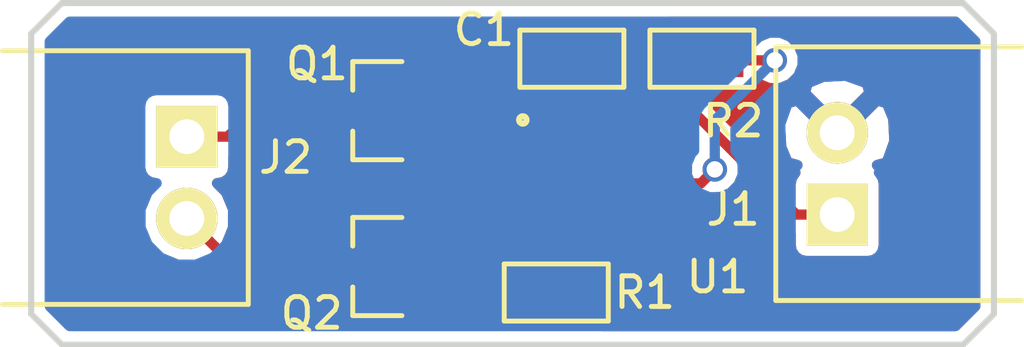
<source format=kicad_pcb>
(kicad_pcb (version 4) (host pcbnew 4.0.0-rc1-stable)

  (general
    (links 13)
    (no_connects 0)
    (area 116.774999 65.874999 140.425001 74.375001)
    (thickness 1.6)
    (drawings 9)
    (tracks 47)
    (zones 0)
    (modules 8)
    (nets 10)
  )

  (page A4)
  (layers
    (0 F.Cu signal)
    (31 B.Cu signal)
    (32 B.Adhes user)
    (33 F.Adhes user)
    (34 B.Paste user)
    (35 F.Paste user)
    (36 B.SilkS user)
    (37 F.SilkS user)
    (38 B.Mask user)
    (39 F.Mask user)
    (40 Dwgs.User user)
    (41 Cmts.User user)
    (42 Eco1.User user)
    (43 Eco2.User user)
    (44 Edge.Cuts user)
    (45 Margin user)
    (46 B.CrtYd user)
    (47 F.CrtYd user)
    (48 B.Fab user)
    (49 F.Fab user)
  )

  (setup
    (last_trace_width 0.25)
    (trace_clearance 0.2)
    (zone_clearance 0.254)
    (zone_45_only no)
    (trace_min 0.2)
    (segment_width 0.2)
    (edge_width 0.15)
    (via_size 0.6)
    (via_drill 0.4)
    (via_min_size 0.4)
    (via_min_drill 0.3)
    (uvia_size 0.3)
    (uvia_drill 0.1)
    (uvias_allowed no)
    (uvia_min_size 0.2)
    (uvia_min_drill 0.1)
    (pcb_text_width 0.3)
    (pcb_text_size 1.5 1.5)
    (mod_edge_width 0.15)
    (mod_text_size 1 1)
    (mod_text_width 0.15)
    (pad_size 1.524 1.524)
    (pad_drill 0.762)
    (pad_to_mask_clearance 0.2)
    (aux_axis_origin 0 0)
    (visible_elements 7FFFFF7F)
    (pcbplotparams
      (layerselection 0x00030_80000001)
      (usegerberextensions false)
      (excludeedgelayer true)
      (linewidth 0.100000)
      (plotframeref false)
      (viasonmask false)
      (mode 1)
      (useauxorigin false)
      (hpglpennumber 1)
      (hpglpenspeed 20)
      (hpglpendiameter 15)
      (hpglpenoverlay 2)
      (psnegative false)
      (psa4output false)
      (plotreference true)
      (plotvalue true)
      (plotinvisibletext false)
      (padsonsilk false)
      (subtractmaskfromsilk false)
      (outputformat 1)
      (mirror false)
      (drillshape 1)
      (scaleselection 1)
      (outputdirectory ""))
  )

  (net 0 "")
  (net 1 /batt+)
  (net 2 GND)
  (net 3 "Net-(R1-Pad1)")
  (net 4 "Net-(R2-Pad2)")
  (net 5 "Net-(Q1-Pad1)")
  (net 6 "Net-(Q2-Pad1)")
  (net 7 "Net-(U1-Pad4)")
  (net 8 "Net-(Q1-Pad3)")
  (net 9 /power-)

  (net_class Default "This is the default net class."
    (clearance 0.2)
    (trace_width 0.25)
    (via_dia 0.6)
    (via_drill 0.4)
    (uvia_dia 0.3)
    (uvia_drill 0.1)
    (add_net /batt+)
    (add_net /power-)
    (add_net GND)
    (add_net "Net-(Q1-Pad1)")
    (add_net "Net-(Q1-Pad3)")
    (add_net "Net-(Q2-Pad1)")
    (add_net "Net-(R1-Pad1)")
    (add_net "Net-(R2-Pad2)")
    (add_net "Net-(U1-Pad4)")
  )

  (module kicadlib:SMD_0603_C (layer F.Cu) (tedit 57374420) (tstamp 57375128)
    (at 130.81 67.31)
    (path /57373A37)
    (fp_text reference C1 (at -2.91 -0.71) (layer F.SilkS)
      (effects (font (size 0.75 0.75) (thickness 0.12)))
    )
    (fp_text value 0.1µF (at -0.508 1.27) (layer F.Fab) hide
      (effects (font (size 0.75 0.75) (thickness 0.12)))
    )
    (fp_line (start 0.508 -0.6985) (end 0.508 0.6985) (layer F.SilkS) (width 0.12))
    (fp_line (start -2.032 -0.6985) (end -2.032 0.6985) (layer F.SilkS) (width 0.12))
    (fp_line (start -2.032 -0.6985) (end 0.508 -0.6985) (layer F.SilkS) (width 0.12))
    (fp_line (start 0.508 0.6985) (end -2.032 0.6985) (layer F.SilkS) (width 0.12))
    (pad 1 smd rect (at -1.524 0) (size 0.5 0.9) (layers F.Cu F.Paste F.Mask)
      (net 1 /batt+))
    (pad 2 smd rect (at 0 0) (size 0.5 0.9) (layers F.Cu F.Paste F.Mask)
      (net 2 GND))
    (model Capacitors_SMD.3dshapes/C_0603.wrl
      (at (xyz -0.029528 0 0))
      (scale (xyz 1 1 1))
      (rotate (xyz 0 0 0))
    )
  )

  (module kicadlib:SMD_0603_R (layer F.Cu) (tedit 5737436F) (tstamp 57375146)
    (at 128.905 73.025 180)
    (path /57373D5C)
    (fp_text reference R1 (at -2.921 0 180) (layer F.SilkS)
      (effects (font (size 0.75 0.75) (thickness 0.12)))
    )
    (fp_text value 2K (at -0.508 1.27 180) (layer F.Fab) hide
      (effects (font (size 0.75 0.75) (thickness 0.12)))
    )
    (fp_line (start 0.508 -0.6985) (end 0.508 0.6985) (layer F.SilkS) (width 0.12))
    (fp_line (start -2.032 -0.6985) (end -2.032 0.6985) (layer F.SilkS) (width 0.12))
    (fp_line (start -2.032 -0.6985) (end 0.508 -0.6985) (layer F.SilkS) (width 0.12))
    (fp_line (start 0.508 0.6985) (end -2.032 0.6985) (layer F.SilkS) (width 0.12))
    (pad 1 smd rect (at -1.524 0 180) (size 0.5 0.9) (layers F.Cu F.Paste F.Mask)
      (net 3 "Net-(R1-Pad1)"))
    (pad 2 smd rect (at 0 0 180) (size 0.5 0.9) (layers F.Cu F.Paste F.Mask)
      (net 9 /power-))
    (model Resistors_SMD.3dshapes/R_0603.wrl
      (at (xyz -0.029528 0 0))
      (scale (xyz 1 1 1))
      (rotate (xyz 0 0 0))
    )
  )

  (module kicadlib:SMD_0603_R (layer F.Cu) (tedit 5737437F) (tstamp 57375150)
    (at 133.985 67.31)
    (path /57373A54)
    (fp_text reference R2 (at 0 1.524) (layer F.SilkS)
      (effects (font (size 0.75 0.75) (thickness 0.12)))
    )
    (fp_text value 330 (at -0.508 1.27) (layer F.Fab) hide
      (effects (font (size 0.75 0.75) (thickness 0.12)))
    )
    (fp_line (start 0.508 -0.6985) (end 0.508 0.6985) (layer F.SilkS) (width 0.12))
    (fp_line (start -2.032 -0.6985) (end -2.032 0.6985) (layer F.SilkS) (width 0.12))
    (fp_line (start -2.032 -0.6985) (end 0.508 -0.6985) (layer F.SilkS) (width 0.12))
    (fp_line (start 0.508 0.6985) (end -2.032 0.6985) (layer F.SilkS) (width 0.12))
    (pad 1 smd rect (at -1.524 0) (size 0.5 0.9) (layers F.Cu F.Paste F.Mask)
      (net 1 /batt+))
    (pad 2 smd rect (at 0 0) (size 0.5 0.9) (layers F.Cu F.Paste F.Mask)
      (net 4 "Net-(R2-Pad2)"))
    (model Resistors_SMD.3dshapes/R_0603.wrl
      (at (xyz -0.029528 0 0))
      (scale (xyz 1 1 1))
      (rotate (xyz 0 0 0))
    )
  )

  (module kicadlib:SMD_SOT23-6 (layer F.Cu) (tedit 57374381) (tstamp 5737515B)
    (at 129.794 70.358)
    (path /573737B7)
    (fp_text reference U1 (at 3.81 2.286) (layer F.SilkS)
      (effects (font (size 0.75 0.75) (thickness 0.12)))
    )
    (fp_text value S-8200A (at 1.397 -2.286) (layer F.Fab) hide
      (effects (font (size 0.75 0.75) (thickness 0.12)))
    )
    (fp_circle (center -0.943 -1.551) (end -0.8795 -1.4875) (layer F.SilkS) (width 0.15))
    (pad 1 smd rect (at 0 -0.95) (size 1.3 0.55) (layers F.Cu F.Paste F.Mask)
      (net 5 "Net-(Q1-Pad1)"))
    (pad 2 smd rect (at 0 0) (size 1.3 0.55) (layers F.Cu F.Paste F.Mask)
      (net 3 "Net-(R1-Pad1)"))
    (pad 3 smd rect (at 0 0.95) (size 1.3 0.55) (layers F.Cu F.Paste F.Mask)
      (net 6 "Net-(Q2-Pad1)"))
    (pad 4 smd rect (at 2.5 0.95) (size 1.3 0.55) (layers F.Cu F.Paste F.Mask)
      (net 7 "Net-(U1-Pad4)"))
    (pad 6 smd rect (at 2.5 -0.95) (size 1.3 0.55) (layers F.Cu F.Paste F.Mask)
      (net 2 GND))
    (pad 5 smd rect (at 2.5 0) (size 1.3 0.55) (layers F.Cu F.Paste F.Mask)
      (net 4 "Net-(R2-Pad2)"))
    (model ${KIPRJMOD}/kicadlib/kicadlib.pretty/models/SMD_SOT23_6.wrl
      (at (xyz 0.049 0 0))
      (scale (xyz 0.4 0.4 0.4))
      (rotate (xyz -90 0 -90))
    )
  )

  (module kicadlib:SMD_SOT23-3 (layer F.Cu) (tedit 5737437B) (tstamp 57375641)
    (at 127 68.58 180)
    (path /57374924)
    (fp_text reference Q1 (at 3.175 1.143 180) (layer F.SilkS)
      (effects (font (size 0.75 0.75) (thickness 0.12)))
    )
    (fp_text value Q_NMOS_GSD (at 1.6 -2.2 180) (layer F.Fab) hide
      (effects (font (size 0.75 0.75) (thickness 0.12)))
    )
    (fp_line (start 2.3 1.2) (end 2.3 0.5) (layer F.SilkS) (width 0.12))
    (fp_line (start 1.1 1.2) (end 2.3 1.2) (layer F.SilkS) (width 0.12))
    (fp_line (start 1.1 -1.2) (end 2.3 -1.2) (layer F.SilkS) (width 0.12))
    (fp_line (start 2.3 -1.2) (end 2.3 -0.5) (layer F.SilkS) (width 0.12))
    (pad 1 smd rect (at 0 -0.95 180) (size 1.3 0.55) (layers F.Cu F.Paste F.Mask)
      (net 5 "Net-(Q1-Pad1)"))
    (pad 2 smd rect (at 0 0.95 180) (size 1.3 0.55) (layers F.Cu F.Paste F.Mask)
      (net 2 GND))
    (pad 3 smd rect (at 2.5 0 180) (size 1.3 0.55) (layers F.Cu F.Paste F.Mask)
      (net 8 "Net-(Q1-Pad3)"))
  )

  (module kicadlib:SMD_SOT23-3 (layer F.Cu) (tedit 57374378) (tstamp 5737564C)
    (at 127 72.39 180)
    (path /573748C5)
    (fp_text reference Q2 (at 3.302 -1.143 180) (layer F.SilkS)
      (effects (font (size 0.75 0.75) (thickness 0.12)))
    )
    (fp_text value Q_NMOS_GSD (at 1.6 -2.2 180) (layer F.Fab) hide
      (effects (font (size 0.75 0.75) (thickness 0.12)))
    )
    (fp_line (start 2.3 1.2) (end 2.3 0.5) (layer F.SilkS) (width 0.12))
    (fp_line (start 1.1 1.2) (end 2.3 1.2) (layer F.SilkS) (width 0.12))
    (fp_line (start 1.1 -1.2) (end 2.3 -1.2) (layer F.SilkS) (width 0.12))
    (fp_line (start 2.3 -1.2) (end 2.3 -0.5) (layer F.SilkS) (width 0.12))
    (pad 1 smd rect (at 0 -0.95 180) (size 1.3 0.55) (layers F.Cu F.Paste F.Mask)
      (net 6 "Net-(Q2-Pad1)"))
    (pad 2 smd rect (at 0 0.95 180) (size 1.3 0.55) (layers F.Cu F.Paste F.Mask)
      (net 9 /power-))
    (pad 3 smd rect (at 2.5 0 180) (size 1.3 0.55) (layers F.Cu F.Paste F.Mask)
      (net 8 "Net-(Q1-Pad3)"))
  )

  (module kicadlib:TH_JST_2PIN_RIGHTANGLE (layer F.Cu) (tedit 5737436C) (tstamp 57375840)
    (at 136.525 71.12 90)
    (path /573753C0)
    (fp_text reference J1 (at 0.127 -2.54 180) (layer F.SilkS)
      (effects (font (size 0.75 0.75) (thickness 0.12)))
    )
    (fp_text value 2_PIN_HDR (at 0.8 1.9 90) (layer F.Fab)
      (effects (font (size 0.75 0.75) (thickness 0.12)))
    )
    (fp_line (start -2.1 -1.5) (end 4.1 -1.5) (layer F.SilkS) (width 0.12))
    (fp_line (start 4.1 -1.5) (end 4.1 4.5) (layer F.SilkS) (width 0.12))
    (fp_line (start -2.1 -1.5) (end -2.1 4.5) (layer F.SilkS) (width 0.12))
    (pad 1 thru_hole rect (at 0 0 90) (size 1.5 1.5) (drill 0.85) (layers *.Cu *.Mask F.SilkS)
      (net 1 /batt+))
    (pad 2 thru_hole circle (at 2 0 90) (size 1.5 1.5) (drill 0.85) (layers *.Cu *.Mask F.SilkS)
      (net 2 GND))
    (model ${KIPRJMOD}/kicadlib/kicadlib.pretty/models/TH_JST_2PIN_2.0MM_RIGHTANGLE.wrl
      (at (xyz 0.345 0.107 0.24))
      (scale (xyz 0.395 0.395 0.395))
      (rotate (xyz -90 0 0))
    )
  )

  (module kicadlib:TH_JST_2PIN_RIGHTANGLE (layer F.Cu) (tedit 57374374) (tstamp 57375846)
    (at 120.65 69.215 270)
    (path /573754DE)
    (fp_text reference J2 (at 0.508 -2.413 360) (layer F.SilkS)
      (effects (font (size 0.75 0.75) (thickness 0.12)))
    )
    (fp_text value 2_PIN_HDR (at 0.8 1.9 270) (layer F.Fab)
      (effects (font (size 0.75 0.75) (thickness 0.12)))
    )
    (fp_line (start -2.1 -1.5) (end 4.1 -1.5) (layer F.SilkS) (width 0.12))
    (fp_line (start 4.1 -1.5) (end 4.1 4.5) (layer F.SilkS) (width 0.12))
    (fp_line (start -2.1 -1.5) (end -2.1 4.5) (layer F.SilkS) (width 0.12))
    (pad 1 thru_hole rect (at 0 0 270) (size 1.5 1.5) (drill 0.85) (layers *.Cu *.Mask F.SilkS)
      (net 1 /batt+))
    (pad 2 thru_hole circle (at 2 0 270) (size 1.5 1.5) (drill 0.85) (layers *.Cu *.Mask F.SilkS)
      (net 9 /power-))
    (model ${KIPRJMOD}/kicadlib/kicadlib.pretty/models/TH_JST_2PIN_2.0MM_RIGHTANGLE.wrl
      (at (xyz 0.345 0.107 0.24))
      (scale (xyz 0.395 0.395 0.395))
      (rotate (xyz -90 0 0))
    )
  )

  (gr_text "github.com/noahp/\nlipo-protection\nv0" (at 128.35 68.4) (layer B.Mask)
    (effects (font (size 0.75 0.75) (thickness 0.12)) (justify mirror))
  )
  (gr_line (start 116.85 73.55) (end 116.85 66.7) (angle 90) (layer Edge.Cuts) (width 0.15))
  (gr_line (start 139.6 74.3) (end 117.6 74.3) (angle 90) (layer Edge.Cuts) (width 0.15))
  (gr_line (start 140.35 66.7) (end 140.35 73.55) (angle 90) (layer Edge.Cuts) (width 0.15))
  (gr_line (start 117.6 65.95) (end 139.6 65.95) (angle 90) (layer Edge.Cuts) (width 0.15))
  (gr_line (start 140.35 66.7) (end 139.6 65.95) (angle 90) (layer Edge.Cuts) (width 0.15))
  (gr_line (start 139.6 74.3) (end 140.35 73.55) (angle 90) (layer Edge.Cuts) (width 0.15))
  (gr_line (start 116.85 73.55) (end 117.6 74.3) (angle 90) (layer Edge.Cuts) (width 0.15))
  (gr_line (start 117.6 65.95) (end 116.85 66.7) (angle 90) (layer Edge.Cuts) (width 0.15))

  (segment (start 132.461 67.31) (end 132.461 67.11) (width 0.25) (layer F.Cu) (net 1))
  (segment (start 132.461 67.11) (end 131.885999 66.534999) (width 0.25) (layer F.Cu) (net 1))
  (segment (start 131.885999 66.534999) (end 129.861001 66.534999) (width 0.25) (layer F.Cu) (net 1))
  (segment (start 129.861001 66.534999) (end 129.286 67.11) (width 0.25) (layer F.Cu) (net 1))
  (segment (start 129.286 67.11) (end 129.286 67.31) (width 0.25) (layer F.Cu) (net 1))
  (segment (start 132.461 67.51) (end 132.461 67.31) (width 0.25) (layer F.Cu) (net 1))
  (segment (start 132.461 67.31) (end 132.461 68.056) (width 0.25) (layer F.Cu) (net 1))
  (segment (start 132.461 68.056) (end 135.525 71.12) (width 0.25) (layer F.Cu) (net 1))
  (segment (start 135.525 71.12) (end 136.525 71.12) (width 0.25) (layer F.Cu) (net 1))
  (segment (start 120.65 69.215) (end 121.65 69.215) (width 0.25) (layer F.Cu) (net 1))
  (segment (start 121.65 69.215) (end 124.255 66.61) (width 0.25) (layer F.Cu) (net 1))
  (segment (start 124.255 66.61) (end 128.086 66.61) (width 0.25) (layer F.Cu) (net 1))
  (segment (start 128.086 66.61) (end 128.786 67.31) (width 0.25) (layer F.Cu) (net 1))
  (segment (start 128.786 67.31) (end 129.286 67.31) (width 0.25) (layer F.Cu) (net 1))
  (segment (start 131.318999 72.068999) (end 131.5 72.25) (width 0.25) (layer F.Cu) (net 2))
  (segment (start 132.294 69.408) (end 131.394 69.408) (width 0.25) (layer F.Cu) (net 2))
  (segment (start 131.318999 69.483001) (end 131.318999 72.068999) (width 0.25) (layer F.Cu) (net 2))
  (segment (start 131.394 69.408) (end 131.318999 69.483001) (width 0.25) (layer F.Cu) (net 2))
  (segment (start 130.429 73.025) (end 130.429 72.325) (width 0.25) (layer F.Cu) (net 3))
  (segment (start 130.429 72.325) (end 130.769001 71.984999) (width 0.25) (layer F.Cu) (net 3))
  (segment (start 130.769001 71.984999) (end 130.769001 70.433001) (width 0.25) (layer F.Cu) (net 3))
  (segment (start 130.769001 70.433001) (end 130.694 70.358) (width 0.25) (layer F.Cu) (net 3))
  (segment (start 130.694 70.358) (end 129.794 70.358) (width 0.25) (layer F.Cu) (net 3))
  (segment (start 135 67.35) (end 134.025 67.35) (width 0.25) (layer F.Cu) (net 4))
  (segment (start 134.025 67.35) (end 133.985 67.31) (width 0.25) (layer F.Cu) (net 4))
  (segment (start 133.536551 70.015449) (end 133.536551 68.813449) (width 0.25) (layer B.Cu) (net 4))
  (via (at 135 67.35) (size 0.6) (drill 0.4) (layers F.Cu B.Cu) (net 4))
  (segment (start 133.536551 68.813449) (end 135 67.35) (width 0.25) (layer B.Cu) (net 4))
  (segment (start 133.194 70.358) (end 133.536551 70.015449) (width 0.25) (layer F.Cu) (net 4))
  (segment (start 133.6 69.952) (end 133.536551 70.015449) (width 0.25) (layer F.Cu) (net 4))
  (via (at 133.536551 70.015449) (size 0.6) (drill 0.4) (layers F.Cu B.Cu) (net 4))
  (segment (start 132.294 70.358) (end 133.194 70.358) (width 0.25) (layer F.Cu) (net 4))
  (segment (start 127 69.53) (end 129.672 69.53) (width 0.25) (layer F.Cu) (net 5))
  (segment (start 129.672 69.53) (end 129.794 69.408) (width 0.25) (layer F.Cu) (net 5))
  (segment (start 129.794 71.308) (end 129.794 73.421002) (width 0.25) (layer F.Cu) (net 6))
  (segment (start 129.794 73.421002) (end 129.415001 73.800001) (width 0.25) (layer F.Cu) (net 6))
  (segment (start 129.415001 73.800001) (end 128.360001 73.800001) (width 0.25) (layer F.Cu) (net 6))
  (segment (start 128.360001 73.800001) (end 127.9 73.34) (width 0.25) (layer F.Cu) (net 6))
  (segment (start 127.9 73.34) (end 127 73.34) (width 0.25) (layer F.Cu) (net 6))
  (segment (start 124.5 72.39) (end 124.5 68.58) (width 0.25) (layer F.Cu) (net 8))
  (segment (start 122.425001 72.990001) (end 125.449999 72.990001) (width 0.25) (layer F.Cu) (net 9))
  (segment (start 125.449999 72.990001) (end 127 71.44) (width 0.25) (layer F.Cu) (net 9))
  (segment (start 120.65 71.215) (end 122.425001 72.990001) (width 0.25) (layer F.Cu) (net 9))
  (segment (start 128.905 73.025) (end 128.905 72.325) (width 0.25) (layer F.Cu) (net 9))
  (segment (start 128.905 72.325) (end 128.02 71.44) (width 0.25) (layer F.Cu) (net 9))
  (segment (start 128.02 71.44) (end 127.9 71.44) (width 0.25) (layer F.Cu) (net 9))
  (segment (start 127.9 71.44) (end 127 71.44) (width 0.25) (layer F.Cu) (net 9))

  (zone (net 2) (net_name GND) (layer F.Cu) (tstamp 0) (hatch edge 0.508)
    (connect_pads (clearance 0.254))
    (min_thickness 0.254)
    (fill yes (arc_segments 16) (thermal_gap 0.508) (thermal_bridge_width 0.508))
    (polygon
      (pts
        (xy 116.85 65.95) (xy 116.85 74.3) (xy 140.35 74.3) (xy 140.35 65.95)
      )
    )
    (filled_polygon
      (pts
        (xy 139.894 66.888882) (xy 139.894 73.361118) (xy 139.411118 73.844) (xy 130.782441 73.844) (xy 130.82019 73.836897)
        (xy 130.949865 73.753454) (xy 131.036859 73.626134) (xy 131.067464 73.475) (xy 131.067464 72.575) (xy 131.040897 72.43381)
        (xy 131.038894 72.430698) (xy 131.126797 72.342795) (xy 131.236484 72.178637) (xy 131.275001 71.984999) (xy 131.275001 71.686447)
        (xy 131.282103 71.72419) (xy 131.365546 71.853865) (xy 131.492866 71.940859) (xy 131.644 71.971464) (xy 132.944 71.971464)
        (xy 133.08519 71.944897) (xy 133.214865 71.861454) (xy 133.301859 71.734134) (xy 133.332464 71.583) (xy 133.332464 71.033)
        (xy 133.305897 70.89181) (xy 133.277335 70.847424) (xy 133.387638 70.825483) (xy 133.551796 70.715796) (xy 133.571112 70.69648)
        (xy 133.671416 70.696567) (xy 133.921803 70.59311) (xy 134.102317 70.412909) (xy 135.167204 71.477796) (xy 135.331362 71.587483)
        (xy 135.386536 71.598458) (xy 135.386536 71.87) (xy 135.413103 72.01119) (xy 135.496546 72.140865) (xy 135.623866 72.227859)
        (xy 135.775 72.258464) (xy 137.275 72.258464) (xy 137.41619 72.231897) (xy 137.545865 72.148454) (xy 137.632859 72.021134)
        (xy 137.663464 71.87) (xy 137.663464 70.37) (xy 137.636897 70.22881) (xy 137.553454 70.099135) (xy 137.545108 70.093432)
        (xy 137.611574 70.026966) (xy 137.496519 69.911911) (xy 137.73746 69.843923) (xy 137.922201 69.324829) (xy 137.89423 68.774552)
        (xy 137.73746 68.396077) (xy 137.496517 68.328088) (xy 136.704605 69.12) (xy 136.718748 69.134143) (xy 136.539143 69.313748)
        (xy 136.525 69.299605) (xy 136.510858 69.313748) (xy 136.331253 69.134143) (xy 136.345395 69.12) (xy 135.553483 68.328088)
        (xy 135.31254 68.396077) (xy 135.127799 68.915171) (xy 135.15577 69.465448) (xy 135.31254 69.843923) (xy 135.553481 69.911911)
        (xy 135.438426 70.026966) (xy 135.503677 70.092217) (xy 135.417141 70.218866) (xy 135.404059 70.283467) (xy 133.269075 68.148483)
        (xy 135.733088 68.148483) (xy 136.525 68.940395) (xy 137.316912 68.148483) (xy 137.248923 67.90754) (xy 136.729829 67.722799)
        (xy 136.179552 67.75077) (xy 135.801077 67.90754) (xy 135.733088 68.148483) (xy 133.269075 68.148483) (xy 133.053786 67.933194)
        (xy 133.068859 67.911134) (xy 133.099464 67.76) (xy 133.099464 66.86) (xy 133.346536 66.86) (xy 133.346536 67.76)
        (xy 133.373103 67.90119) (xy 133.456546 68.030865) (xy 133.583866 68.117859) (xy 133.735 68.148464) (xy 134.235 68.148464)
        (xy 134.37619 68.121897) (xy 134.505865 68.038454) (xy 134.592859 67.911134) (xy 134.593712 67.906923) (xy 134.613741 67.926987)
        (xy 134.863946 68.030882) (xy 135.134865 68.031118) (xy 135.385252 67.927661) (xy 135.576987 67.736259) (xy 135.680882 67.486054)
        (xy 135.681118 67.215135) (xy 135.577661 66.964748) (xy 135.386259 66.773013) (xy 135.136054 66.669118) (xy 134.865135 66.668882)
        (xy 134.614748 66.772339) (xy 134.608199 66.778876) (xy 134.596897 66.71881) (xy 134.513454 66.589135) (xy 134.386134 66.502141)
        (xy 134.235 66.471536) (xy 133.735 66.471536) (xy 133.59381 66.498103) (xy 133.464135 66.581546) (xy 133.377141 66.708866)
        (xy 133.346536 66.86) (xy 133.099464 66.86) (xy 133.072897 66.71881) (xy 132.989454 66.589135) (xy 132.862134 66.502141)
        (xy 132.711 66.471536) (xy 132.538128 66.471536) (xy 132.472592 66.406) (xy 139.411118 66.406)
      )
    )
    (filled_polygon
      (pts
        (xy 131.822536 67.187128) (xy 131.822536 67.76) (xy 131.849103 67.90119) (xy 131.932546 68.030865) (xy 131.955 68.046207)
        (xy 131.955 68.056) (xy 131.993517 68.249638) (xy 132.103204 68.413796) (xy 132.187408 68.498) (xy 132.166998 68.498)
        (xy 132.166998 68.656748) (xy 132.00825 68.498) (xy 131.517691 68.498) (xy 131.284302 68.594673) (xy 131.105673 68.773301)
        (xy 131.009 69.00669) (xy 131.009 69.12225) (xy 131.16775 69.281) (xy 132.167 69.281) (xy 132.167 69.261)
        (xy 132.421 69.261) (xy 132.421 69.281) (xy 132.441 69.281) (xy 132.441 69.535) (xy 132.421 69.535)
        (xy 132.421 69.555) (xy 132.167 69.555) (xy 132.167 69.535) (xy 131.16775 69.535) (xy 131.009 69.69375)
        (xy 131.009 69.80931) (xy 131.105673 70.042699) (xy 131.255536 70.192561) (xy 131.255536 70.335144) (xy 131.236484 70.239363)
        (xy 131.126797 70.075205) (xy 131.051796 70.000204) (xy 130.887638 69.890517) (xy 130.778207 69.86875) (xy 130.801859 69.834134)
        (xy 130.832464 69.683) (xy 130.832464 69.133) (xy 130.805897 68.99181) (xy 130.722454 68.862135) (xy 130.595134 68.775141)
        (xy 130.444 68.744536) (xy 129.144 68.744536) (xy 129.00281 68.771103) (xy 128.873135 68.854546) (xy 128.786141 68.981866)
        (xy 128.777609 69.024) (xy 127.954106 69.024) (xy 127.928454 68.984135) (xy 127.801134 68.897141) (xy 127.65 68.866536)
        (xy 126.35 68.866536) (xy 126.20881 68.893103) (xy 126.079135 68.976546) (xy 125.992141 69.103866) (xy 125.961536 69.255)
        (xy 125.961536 69.805) (xy 125.988103 69.94619) (xy 126.071546 70.075865) (xy 126.198866 70.162859) (xy 126.35 70.193464)
        (xy 127.65 70.193464) (xy 127.79119 70.166897) (xy 127.920865 70.083454) (xy 127.953289 70.036) (xy 128.765054 70.036)
        (xy 128.755536 70.083) (xy 128.755536 70.633) (xy 128.782103 70.77419) (xy 128.819744 70.832686) (xy 128.786141 70.881866)
        (xy 128.755536 71.033) (xy 128.755536 71.459944) (xy 128.377796 71.082204) (xy 128.213638 70.972517) (xy 128.02 70.934)
        (xy 127.954106 70.934) (xy 127.928454 70.894135) (xy 127.801134 70.807141) (xy 127.65 70.776536) (xy 126.35 70.776536)
        (xy 126.20881 70.803103) (xy 126.079135 70.886546) (xy 125.992141 71.013866) (xy 125.961536 71.165) (xy 125.961536 71.715)
        (xy 125.969117 71.755291) (xy 125.538464 72.185944) (xy 125.538464 72.115) (xy 125.511897 71.97381) (xy 125.428454 71.844135)
        (xy 125.301134 71.757141) (xy 125.15 71.726536) (xy 125.006 71.726536) (xy 125.006 69.243464) (xy 125.15 69.243464)
        (xy 125.29119 69.216897) (xy 125.420865 69.133454) (xy 125.507859 69.006134) (xy 125.538464 68.855) (xy 125.538464 68.305)
        (xy 125.511897 68.16381) (xy 125.428454 68.034135) (xy 125.301134 67.947141) (xy 125.15 67.916536) (xy 123.85 67.916536)
        (xy 123.70881 67.943103) (xy 123.579135 68.026546) (xy 123.492141 68.153866) (xy 123.461536 68.305) (xy 123.461536 68.855)
        (xy 123.488103 68.99619) (xy 123.571546 69.125865) (xy 123.698866 69.212859) (xy 123.85 69.243464) (xy 123.994 69.243464)
        (xy 123.994 71.726536) (xy 123.85 71.726536) (xy 123.70881 71.753103) (xy 123.579135 71.836546) (xy 123.492141 71.963866)
        (xy 123.461536 72.115) (xy 123.461536 72.484001) (xy 122.634593 72.484001) (xy 121.725276 71.574684) (xy 121.780804 71.440957)
        (xy 121.781196 70.991017) (xy 121.609375 70.575177) (xy 121.388048 70.353464) (xy 121.4 70.353464) (xy 121.54119 70.326897)
        (xy 121.670865 70.243454) (xy 121.757859 70.116134) (xy 121.788464 69.965) (xy 121.788464 69.693458) (xy 121.843638 69.682483)
        (xy 122.007796 69.572796) (xy 123.664842 67.91575) (xy 125.715 67.91575) (xy 125.715 68.03131) (xy 125.811673 68.264699)
        (xy 125.990302 68.443327) (xy 126.223691 68.54) (xy 126.71425 68.54) (xy 126.873 68.38125) (xy 126.873 67.757)
        (xy 127.127 67.757) (xy 127.127 68.38125) (xy 127.28575 68.54) (xy 127.776309 68.54) (xy 128.009698 68.443327)
        (xy 128.188327 68.264699) (xy 128.285 68.03131) (xy 128.285 67.91575) (xy 128.12625 67.757) (xy 127.127 67.757)
        (xy 126.873 67.757) (xy 125.87375 67.757) (xy 125.715 67.91575) (xy 123.664842 67.91575) (xy 124.464592 67.116)
        (xy 125.761678 67.116) (xy 125.715 67.22869) (xy 125.715 67.34425) (xy 125.87375 67.503) (xy 126.873 67.503)
        (xy 126.873 67.483) (xy 127.127 67.483) (xy 127.127 67.503) (xy 128.12625 67.503) (xy 128.194829 67.434421)
        (xy 128.428204 67.667796) (xy 128.592362 67.777483) (xy 128.653099 67.789564) (xy 128.674103 67.90119) (xy 128.757546 68.030865)
        (xy 128.884866 68.117859) (xy 129.036 68.148464) (xy 129.536 68.148464) (xy 129.67719 68.121897) (xy 129.806865 68.038454)
        (xy 129.893859 67.911134) (xy 129.924464 67.76) (xy 129.924464 67.59575) (xy 129.925 67.59575) (xy 129.925 67.88631)
        (xy 130.021673 68.119699) (xy 130.200302 68.298327) (xy 130.433691 68.395) (xy 130.52625 68.395) (xy 130.685 68.23625)
        (xy 130.685 67.437) (xy 130.935 67.437) (xy 130.935 68.23625) (xy 131.09375 68.395) (xy 131.186309 68.395)
        (xy 131.419698 68.298327) (xy 131.598327 68.119699) (xy 131.695 67.88631) (xy 131.695 67.59575) (xy 131.53625 67.437)
        (xy 130.935 67.437) (xy 130.685 67.437) (xy 130.08375 67.437) (xy 129.925 67.59575) (xy 129.924464 67.59575)
        (xy 129.924464 67.187128) (xy 130.006171 67.105421) (xy 130.08375 67.183) (xy 130.685 67.183) (xy 130.685 67.163)
        (xy 130.935 67.163) (xy 130.935 67.183) (xy 131.53625 67.183) (xy 131.677329 67.041921)
      )
    )
  )
  (zone (net 2) (net_name GND) (layer B.Cu) (tstamp 0) (hatch edge 0.508)
    (connect_pads (clearance 0.254))
    (min_thickness 0.254)
    (fill yes (arc_segments 16) (thermal_gap 0.508) (thermal_bridge_width 0.508))
    (polygon
      (pts
        (xy 116.85 65.95) (xy 116.85 74.3) (xy 140.35 74.3) (xy 140.35 65.95)
      )
    )
    (filled_polygon
      (pts
        (xy 139.894 66.888882) (xy 139.894 73.361118) (xy 139.411118 73.844) (xy 117.788882 73.844) (xy 117.306 73.361118)
        (xy 117.306 68.465) (xy 119.511536 68.465) (xy 119.511536 69.965) (xy 119.538103 70.10619) (xy 119.621546 70.235865)
        (xy 119.748866 70.322859) (xy 119.9 70.353464) (xy 119.912167 70.353464) (xy 119.691744 70.573503) (xy 119.519196 70.989043)
        (xy 119.518804 71.438983) (xy 119.690625 71.854823) (xy 120.008503 72.173256) (xy 120.424043 72.345804) (xy 120.873983 72.346196)
        (xy 121.289823 72.174375) (xy 121.608256 71.856497) (xy 121.780804 71.440957) (xy 121.781196 70.991017) (xy 121.609375 70.575177)
        (xy 121.388048 70.353464) (xy 121.4 70.353464) (xy 121.54119 70.326897) (xy 121.670865 70.243454) (xy 121.734504 70.150314)
        (xy 132.855433 70.150314) (xy 132.95889 70.400701) (xy 133.150292 70.592436) (xy 133.400497 70.696331) (xy 133.671416 70.696567)
        (xy 133.921803 70.59311) (xy 134.113538 70.401708) (xy 134.217433 70.151503) (xy 134.217669 69.880584) (xy 134.114212 69.630197)
        (xy 134.042551 69.558411) (xy 134.042551 69.023041) (xy 134.150421 68.915171) (xy 135.127799 68.915171) (xy 135.15577 69.465448)
        (xy 135.31254 69.843923) (xy 135.553481 69.911911) (xy 135.438426 70.026966) (xy 135.503677 70.092217) (xy 135.417141 70.218866)
        (xy 135.386536 70.37) (xy 135.386536 71.87) (xy 135.413103 72.01119) (xy 135.496546 72.140865) (xy 135.623866 72.227859)
        (xy 135.775 72.258464) (xy 137.275 72.258464) (xy 137.41619 72.231897) (xy 137.545865 72.148454) (xy 137.632859 72.021134)
        (xy 137.663464 71.87) (xy 137.663464 70.37) (xy 137.636897 70.22881) (xy 137.553454 70.099135) (xy 137.545108 70.093432)
        (xy 137.611574 70.026966) (xy 137.496519 69.911911) (xy 137.73746 69.843923) (xy 137.922201 69.324829) (xy 137.89423 68.774552)
        (xy 137.73746 68.396077) (xy 137.496517 68.328088) (xy 136.704605 69.12) (xy 136.718748 69.134143) (xy 136.539143 69.313748)
        (xy 136.525 69.299605) (xy 136.510858 69.313748) (xy 136.331253 69.134143) (xy 136.345395 69.12) (xy 135.553483 68.328088)
        (xy 135.31254 68.396077) (xy 135.127799 68.915171) (xy 134.150421 68.915171) (xy 134.917109 68.148483) (xy 135.733088 68.148483)
        (xy 136.525 68.940395) (xy 137.316912 68.148483) (xy 137.248923 67.90754) (xy 136.729829 67.722799) (xy 136.179552 67.75077)
        (xy 135.801077 67.90754) (xy 135.733088 68.148483) (xy 134.917109 68.148483) (xy 135.034561 68.031031) (xy 135.134865 68.031118)
        (xy 135.385252 67.927661) (xy 135.576987 67.736259) (xy 135.680882 67.486054) (xy 135.681118 67.215135) (xy 135.577661 66.964748)
        (xy 135.386259 66.773013) (xy 135.136054 66.669118) (xy 134.865135 66.668882) (xy 134.614748 66.772339) (xy 134.423013 66.963741)
        (xy 134.319118 67.213946) (xy 134.31903 67.315378) (xy 133.178755 68.455653) (xy 133.069068 68.619811) (xy 133.030551 68.813449)
        (xy 133.030551 69.558326) (xy 132.959564 69.62919) (xy 132.855669 69.879395) (xy 132.855433 70.150314) (xy 121.734504 70.150314)
        (xy 121.757859 70.116134) (xy 121.788464 69.965) (xy 121.788464 68.465) (xy 121.761897 68.32381) (xy 121.678454 68.194135)
        (xy 121.551134 68.107141) (xy 121.4 68.076536) (xy 119.9 68.076536) (xy 119.75881 68.103103) (xy 119.629135 68.186546)
        (xy 119.542141 68.313866) (xy 119.511536 68.465) (xy 117.306 68.465) (xy 117.306 66.888882) (xy 117.788882 66.406)
        (xy 139.411118 66.406)
      )
    )
  )
)

</source>
